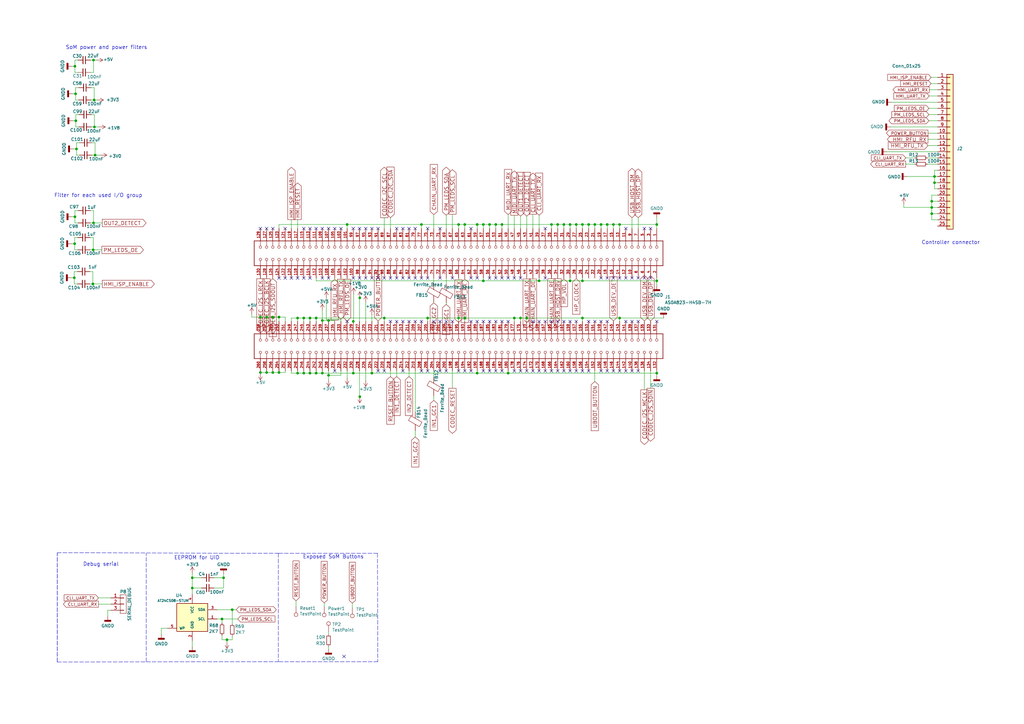
<source format=kicad_sch>
(kicad_sch (version 20211123) (generator eeschema)
  (paper "A3")
  (title_block (title "MOD Dwarf - Main Board") (date "2021-09-06") (rev "3.0") (company "MOD Devices GmbH") (comment 1 "Dwarf Audio processing board") (comment 2 "https://github.com/moddevices/hw-mod-dwarf") (comment 3 "Inp Power: 12V 500mA") (comment 4 "USB outp Power: 500mA"))
  (junction (at 129.667 130.429))
  (junction (at 216.027 130.429))
  (junction (at 129.667 153.035))
  (junction (at 188.087 130.429))
  (junction (at 382.143 82.55))
  (junction (at 38.354 24.638))
  (junction (at 31.115 49.53))
  (junction (at 114.427 152.781))
  (junction (at 124.587 130.429))
  (junction (at 221.107 115.189))
  (junction (at 30.734 27.178))
  (junction (at 132.207 153.035))
  (junction (at 198.247 92.075))
  (junction (at 152.527 153.035))
  (junction (at 231.267 92.075))
  (junction (at 233.807 115.189))
  (junction (at 172.847 92.075))
  (junction (at 190.627 92.075))
  (junction (at 30.734 88.9))
  (junction (at 188.087 92.075))
  (junction (at 241.427 92.075))
  (junction (at 269.367 153.035))
  (junction (at 144.907 153.035))
  (junction (at 203.327 92.075))
  (junction (at 205.867 92.075))
  (junction (at 190.627 130.429))
  (junction (at 122.047 130.429))
  (junction (at 111.887 152.781))
  (junction (at 122.047 153.035))
  (junction (at 226.187 92.075))
  (junction (at 147.574 162.687))
  (junction (at 38.989 63.627))
  (junction (at 30.48 113.919))
  (junction (at 106.807 152.781))
  (junction (at 382.143 85.09))
  (junction (at 233.807 92.075))
  (junction (at 198.247 115.189))
  (junction (at 109.347 152.781))
  (junction (at 30.988 38.481))
  (junction (at 269.367 92.075))
  (junction (at 238.887 130.429))
  (junction (at 254.127 130.429))
  (junction (at 38.354 91.44))
  (junction (at 134.747 153.924))
  (junction (at 213.487 130.429))
  (junction (at 195.707 92.075))
  (junction (at 195.707 153.035))
  (junction (at 147.574 122.174))
  (junction (at 200.787 92.075))
  (junction (at 238.887 115.189))
  (junction (at 127.127 153.035))
  (junction (at 95.25 250.063))
  (junction (at 38.227 102.489))
  (junction (at 208.407 153.035))
  (junction (at 254.127 92.075))
  (junction (at 78.867 236.982))
  (junction (at 91.059 253.873))
  (junction (at 38.608 41.021))
  (junction (at 144.907 131.826))
  (junction (at 127.127 130.429))
  (junction (at 114.427 130.048))
  (junction (at 157.607 130.429))
  (junction (at 109.347 130.048))
  (junction (at 91.694 236.982))
  (junction (at 38.1 116.459))
  (junction (at 228.727 92.075))
  (junction (at 134.747 131.445))
  (junction (at 383.286 74.93))
  (junction (at 269.367 115.189))
  (junction (at 249.047 92.075))
  (junction (at 93.091 262.382))
  (junction (at 124.587 153.035))
  (junction (at 382.143 87.63))
  (junction (at 132.207 131.445))
  (junction (at 236.347 92.075))
  (junction (at 142.367 92.075))
  (junction (at 175.387 130.429))
  (junction (at 243.967 92.075))
  (junction (at 111.887 130.048))
  (junction (at 383.286 72.39))
  (junction (at 38.735 52.07))
  (junction (at 246.507 92.075))
  (junction (at 251.587 92.075))
  (junction (at 31.369 61.087))
  (junction (at 106.807 130.048))
  (junction (at 30.607 99.949))
  (junction (at 238.887 92.075))
  (junction (at 210.947 130.429))
  (junction (at 78.867 241.173))
  (no_connect (at 251.587 114.046))
  (no_connect (at 226.187 131.826))
  (no_connect (at 137.287 152.146))
  (no_connect (at 167.767 93.726))
  (no_connect (at 213.487 152.146))
  (no_connect (at 193.167 93.726))
  (no_connect (at 261.747 131.826))
  (no_connect (at 223.647 93.726))
  (no_connect (at 185.547 114.046))
  (no_connect (at 165.227 114.046))
  (no_connect (at 144.907 114.046))
  (no_connect (at 109.347 93.726))
  (no_connect (at 152.527 93.726))
  (no_connect (at 205.867 152.146))
  (no_connect (at 208.407 114.046))
  (no_connect (at 165.227 152.146))
  (no_connect (at 259.207 114.046))
  (no_connect (at 141.097 269.24))
  (no_connect (at 129.667 93.726))
  (no_connect (at 210.947 114.046))
  (no_connect (at 246.507 131.826))
  (no_connect (at 177.927 131.826))
  (no_connect (at 119.507 114.046))
  (no_connect (at 216.027 152.146))
  (no_connect (at 170.307 93.726))
  (no_connect (at 198.247 131.826))
  (no_connect (at 254.127 152.146))
  (no_connect (at 124.587 114.046))
  (no_connect (at 147.447 114.046))
  (no_connect (at 190.627 152.146))
  (no_connect (at 170.307 131.826))
  (no_connect (at 228.727 152.146))
  (no_connect (at 223.647 114.046))
  (no_connect (at 228.727 131.826))
  (no_connect (at 144.907 93.726))
  (no_connect (at 183.007 131.826))
  (no_connect (at 127.127 93.726))
  (no_connect (at 261.747 152.146))
  (no_connect (at 261.747 114.046))
  (no_connect (at 162.687 131.826))
  (no_connect (at 264.287 114.046))
  (no_connect (at 155.067 152.146))
  (no_connect (at 259.207 152.146))
  (no_connect (at 236.347 152.146))
  (no_connect (at 155.067 93.726))
  (no_connect (at 203.327 114.046))
  (no_connect (at 210.947 152.146))
  (no_connect (at 147.447 93.726))
  (no_connect (at 162.687 114.046))
  (no_connect (at 233.807 131.826))
  (no_connect (at 203.327 131.826))
  (no_connect (at 241.427 152.146))
  (no_connect (at 183.007 152.146))
  (no_connect (at 243.967 131.826))
  (no_connect (at 193.167 152.146))
  (no_connect (at 203.327 152.146))
  (no_connect (at 200.787 114.046))
  (no_connect (at 249.047 152.146))
  (no_connect (at 249.047 131.826))
  (no_connect (at 162.687 93.726))
  (no_connect (at 180.467 152.146))
  (no_connect (at 152.527 114.046))
  (no_connect (at 241.427 131.826))
  (no_connect (at 180.467 131.826))
  (no_connect (at 269.367 131.826))
  (no_connect (at 238.887 152.146))
  (no_connect (at 157.607 114.046))
  (no_connect (at 149.987 93.726))
  (no_connect (at 172.847 131.826))
  (no_connect (at 137.287 93.726))
  (no_connect (at 175.387 93.726))
  (no_connect (at 246.507 152.146))
  (no_connect (at 231.267 131.826))
  (no_connect (at 208.407 131.826))
  (no_connect (at 236.347 131.826))
  (no_connect (at 111.887 93.726))
  (no_connect (at 266.827 93.726))
  (no_connect (at 180.467 114.046))
  (no_connect (at 231.267 152.146))
  (no_connect (at 142.367 131.826))
  (no_connect (at 165.227 131.826))
  (no_connect (at 188.087 152.146))
  (no_connect (at 124.587 93.726))
  (no_connect (at 157.607 152.146))
  (no_connect (at 167.767 131.826))
  (no_connect (at 132.207 93.726))
  (no_connect (at 139.827 93.726))
  (no_connect (at 116.967 114.046))
  (no_connect (at 180.467 93.726))
  (no_connect (at 200.787 152.146))
  (no_connect (at 259.207 131.826))
  (no_connect (at 223.647 152.146))
  (no_connect (at 213.487 114.046))
  (no_connect (at 233.807 152.146))
  (no_connect (at 200.787 131.826))
  (no_connect (at 195.707 114.046))
  (no_connect (at 266.827 114.046))
  (no_connect (at 221.107 131.826))
  (no_connect (at 132.207 114.046))
  (no_connect (at 160.147 131.826))
  (no_connect (at 251.587 152.146))
  (no_connect (at 193.167 131.826))
  (no_connect (at 165.227 93.726))
  (no_connect (at 175.387 152.146))
  (no_connect (at 218.567 152.146))
  (no_connect (at 256.667 93.726))
  (no_connect (at 170.307 114.046))
  (no_connect (at 149.987 114.046))
  (no_connect (at 249.047 114.046))
  (no_connect (at 185.547 131.826))
  (no_connect (at 193.167 114.046))
  (no_connect (at 246.507 114.046))
  (no_connect (at 175.387 114.046))
  (no_connect (at 114.427 114.046))
  (no_connect (at 167.767 114.046))
  (no_connect (at 172.847 114.046))
  (no_connect (at 221.107 152.146))
  (no_connect (at 256.667 114.046))
  (no_connect (at 226.187 152.146))
  (no_connect (at 218.567 131.826))
  (no_connect (at 160.147 114.046))
  (no_connect (at 116.967 93.726))
  (no_connect (at 134.747 93.726))
  (no_connect (at 205.867 114.046))
  (no_connect (at 205.867 131.826))
  (no_connect (at 256.667 152.146))
  (no_connect (at 264.287 93.726))
  (no_connect (at 134.747 114.046))
  (no_connect (at 172.847 152.146))
  (no_connect (at 127.127 114.046))
  (no_connect (at 195.707 131.826))
  (no_connect (at 254.127 114.046))
  (no_connect (at 106.807 93.726))
  (no_connect (at 122.047 114.046))
  (no_connect (at 256.667 131.826))
  (no_connect (at 155.067 114.046))
  (no_connect (at 223.647 131.826))
  (no_connect (at 198.247 152.146))
  (wire (pts (xy 114.427 131.826) (xy 114.427 130.048)))
  (wire (pts (xy 269.367 153.035) (xy 269.367 152.146)))
  (wire (pts (xy 93.091 263.398) (xy 93.091 262.382)))
  (wire (pts (xy 238.887 92.075) (xy 241.427 92.075)))
  (wire (pts (xy 261.747 93.726) (xy 261.747 89.281)))
  (wire (pts (xy 382.143 82.55) (xy 382.143 85.09)))
  (wire (pts (xy 78.867 262.763) (xy 78.867 265.303)))
  (wire (pts (xy 134.747 131.826) (xy 134.747 131.445)))
  (wire (pts (xy 109.347 152.781) (xy 106.807 152.781)))
  (wire (pts (xy 177.927 152.146) (xy 177.927 154.686)))
  (wire (pts (xy 205.867 92.075) (xy 226.187 92.075)))
  (wire (pts (xy 30.734 29.718) (xy 32.004 29.718)))
  (wire (pts (xy 228.727 92.075) (xy 228.727 93.726)))
  (wire (pts (xy 221.107 114.046) (xy 221.107 115.189)))
  (wire (pts (xy 31.115 49.53) (xy 31.115 52.07)))
  (wire (pts (xy 29.718 38.481) (xy 30.988 38.481)))
  (wire (pts (xy 106.807 131.826) (xy 106.807 130.048)))
  (wire (pts (xy 216.027 131.826) (xy 216.027 130.429)))
  (wire (pts (xy 87.757 241.173) (xy 91.694 241.173)))
  (wire (pts (xy 264.287 131.826) (xy 264.287 131.572)))
  (wire (pts (xy 111.887 152.146) (xy 111.887 152.781)))
  (wire (pts (xy 380.365 64.77) (xy 384.556 64.77)))
  (wire (pts (xy 111.887 114.046) (xy 111.887 114.3)))
  (wire (pts (xy 31.75 111.379) (xy 30.48 111.379)))
  (wire (pts (xy 208.407 152.146) (xy 208.407 153.035)))
  (wire (pts (xy 30.734 24.638) (xy 30.734 27.178)))
  (wire (pts (xy 38.989 58.547) (xy 38.989 63.627)))
  (wire (pts (xy 66.167 257.683) (xy 66.167 260.223)))
  (wire (pts (xy 38.354 91.44) (xy 37.084 91.44)))
  (wire (pts (xy 38.1 116.459) (xy 41.91 116.459)))
  (wire (pts (xy 160.147 93.726) (xy 160.147 89.281)))
  (wire (pts (xy 198.247 92.075) (xy 200.787 92.075)))
  (wire (pts (xy 122.047 130.429) (xy 124.587 130.429)))
  (wire (pts (xy 40.386 245.237) (xy 45.466 245.237)))
  (wire (pts (xy 144.907 152.146) (xy 144.907 153.035)))
  (polyline (pts (xy 114.173 226.949) (xy 114.173 271.399)))
  (wire (pts (xy 384.556 69.85) (xy 383.286 69.85)))
  (wire (pts (xy 139.827 131.826) (xy 139.827 131.064)))
  (wire (pts (xy 251.587 93.726) (xy 251.587 92.075)))
  (wire (pts (xy 30.988 38.481) (xy 30.988 41.021)))
  (wire (pts (xy 269.367 93.726) (xy 269.367 92.075)))
  (wire (pts (xy 30.48 113.919) (xy 30.48 116.459)))
  (wire (pts (xy 185.547 152.146) (xy 185.547 159.258)))
  (polyline (pts (xy 23.495 271.399) (xy 23.495 226.949)))
  (wire (pts (xy 137.287 114.554) (xy 137.287 114.046)))
  (wire (pts (xy 93.091 262.382) (xy 91.059 262.382)))
  (wire (pts (xy 32.258 35.941) (xy 30.988 35.941)))
  (wire (pts (xy 155.067 131.572) (xy 155.067 131.826)))
  (wire (pts (xy 106.807 130.048) (xy 103.251 130.048)))
  (wire (pts (xy 119.507 93.726) (xy 119.507 90.043)))
  (wire (pts (xy 147.447 152.146) (xy 147.447 162.687)))
  (wire (pts (xy 210.947 131.826) (xy 210.947 130.429)))
  (wire (pts (xy 134.747 152.146) (xy 134.747 153.924)))
  (wire (pts (xy 363.728 62.23) (xy 384.556 62.23)))
  (wire (pts (xy 124.587 130.429) (xy 127.127 130.429)))
  (wire (pts (xy 93.091 262.382) (xy 95.25 262.382)))
  (wire (pts (xy 384.556 82.55) (xy 382.143 82.55)))
  (wire (pts (xy 132.207 131.826) (xy 132.207 131.445)))
  (wire (pts (xy 188.087 131.826) (xy 188.087 130.429)))
  (wire (pts (xy 114.427 152.781) (xy 111.887 152.781)))
  (wire (pts (xy 132.207 131.445) (xy 132.207 127.254)))
  (wire (pts (xy 157.607 131.826) (xy 157.607 130.429)))
  (wire (pts (xy 152.527 153.035) (xy 195.707 153.035)))
  (wire (pts (xy 31.877 97.409) (xy 30.607 97.409)))
  (wire (pts (xy 38.608 35.941) (xy 37.338 35.941)))
  (wire (pts (xy 38.735 52.07) (xy 40.64 52.07)))
  (wire (pts (xy 122.047 131.826) (xy 122.047 130.429)))
  (wire (pts (xy 114.427 93.726) (xy 114.427 92.075)))
  (wire (pts (xy 30.734 27.178) (xy 30.734 29.718)))
  (wire (pts (xy 31.115 52.07) (xy 32.385 52.07)))
  (wire (pts (xy 127.127 130.429) (xy 127.127 131.826)))
  (wire (pts (xy 380.619 57.15) (xy 384.556 57.15)))
  (wire (pts (xy 383.286 77.47) (xy 384.556 77.47)))
  (wire (pts (xy 78.867 236.982) (xy 82.677 236.982)))
  (wire (pts (xy 177.927 162.306) (xy 177.927 164.211)))
  (wire (pts (xy 29.845 49.53) (xy 31.115 49.53)))
  (wire (pts (xy 111.887 131.826) (xy 111.887 130.048)))
  (wire (pts (xy 78.867 236.982) (xy 78.867 241.173)))
  (wire (pts (xy 32.639 58.547) (xy 31.369 58.547)))
  (wire (pts (xy 254.127 92.075) (xy 269.367 92.075)))
  (wire (pts (xy 152.527 152.146) (xy 152.527 153.035)))
  (wire (pts (xy 134.747 131.445) (xy 132.207 131.445)))
  (wire (pts (xy 139.827 131.064) (xy 133.858 131.064)))
  (wire (pts (xy 254.127 130.429) (xy 254.127 131.826)))
  (wire (pts (xy 132.207 153.035) (xy 144.907 153.035)))
  (wire (pts (xy 210.947 93.726) (xy 210.947 88.265)))
  (wire (pts (xy 121.412 246.38) (xy 121.412 248.793)))
  (wire (pts (xy 116.967 152.146) (xy 116.967 152.781)))
  (wire (pts (xy 32.004 24.638) (xy 30.734 24.638)))
  (wire (pts (xy 38.608 41.021) (xy 37.338 41.021)))
  (wire (pts (xy 132.969 247.269) (xy 132.969 248.92)))
  (wire (pts (xy 371.983 72.39) (xy 383.286 72.39)))
  (wire (pts (xy 203.327 93.726) (xy 203.327 92.075)))
  (wire (pts (xy 134.747 259.08) (xy 134.747 260.096)))
  (wire (pts (xy 30.988 35.941) (xy 30.988 38.481)))
  (wire (pts (xy 195.707 152.146) (xy 195.707 153.035)))
  (wire (pts (xy 175.387 131.826) (xy 175.387 130.429)))
  (wire (pts (xy 190.627 93.726) (xy 190.627 92.075)))
  (wire (pts (xy 30.48 116.459) (xy 31.75 116.459)))
  (wire (pts (xy 216.027 93.726) (xy 216.027 88.646)))
  (wire (pts (xy 38.354 24.638) (xy 37.084 24.638)))
  (wire (pts (xy 383.286 74.93) (xy 383.286 77.47)))
  (wire (pts (xy 31.115 46.99) (xy 31.115 49.53)))
  (wire (pts (xy 218.567 87.884) (xy 218.567 93.726)))
  (wire (pts (xy 269.367 114.046) (xy 269.367 115.189)))
  (wire (pts (xy 162.687 152.146) (xy 162.687 154.432)))
  (wire (pts (xy 382.143 90.17) (xy 384.556 90.17)))
  (wire (pts (xy 188.087 130.429) (xy 190.627 130.429)))
  (wire (pts (xy 122.047 153.035) (xy 124.587 153.035)))
  (wire (pts (xy 87.757 236.982) (xy 91.694 236.982)))
  (wire (pts (xy 122.047 90.043) (xy 122.047 93.726)))
  (wire (pts (xy 382.143 85.09) (xy 382.143 87.63)))
  (wire (pts (xy 381.889 34.29) (xy 384.556 34.29)))
  (wire (pts (xy 175.387 130.429) (xy 188.087 130.429)))
  (wire (pts (xy 145.034 120.65) (xy 145.034 131.826)))
  (wire (pts (xy 30.607 102.489) (xy 31.877 102.489)))
  (wire (pts (xy 124.587 153.035) (xy 127.127 153.035)))
  (wire (pts (xy 89.027 253.873) (xy 91.059 253.873)))
  (wire (pts (xy 251.587 92.075) (xy 254.127 92.075)))
  (wire (pts (xy 133.858 122.174) (xy 133.858 131.064)))
  (wire (pts (xy 216.027 130.429) (xy 238.887 130.429)))
  (wire (pts (xy 383.286 72.39) (xy 383.286 74.93)))
  (wire (pts (xy 103.251 130.048) (xy 103.251 128.778)))
  (wire (pts (xy 210.947 130.429) (xy 213.487 130.429)))
  (wire (pts (xy 38.989 63.627) (xy 37.719 63.627)))
  (wire (pts (xy 127.127 153.035) (xy 129.667 153.035)))
  (wire (pts (xy 381 46.99) (xy 384.556 46.99)))
  (wire (pts (xy 91.059 253.873) (xy 91.059 255.524)))
  (wire (pts (xy 190.627 131.826) (xy 190.627 130.429)))
  (wire (pts (xy 139.827 153.924) (xy 134.747 153.924)))
  (wire (pts (xy 119.507 130.429) (xy 122.047 130.429)))
  (wire (pts (xy 134.747 266.319) (xy 134.747 265.176)))
  (wire (pts (xy 231.267 114.427) (xy 231.267 114.046)))
  (wire (pts (xy 228.727 92.075) (xy 231.267 92.075)))
  (wire (pts (xy 233.807 115.189) (xy 238.887 115.189)))
  (wire (pts (xy 38.354 86.36) (xy 38.354 91.44)))
  (wire (pts (xy 198.247 115.189) (xy 221.107 115.189)))
  (wire (pts (xy 238.887 130.429) (xy 254.127 130.429)))
  (polyline (pts (xy 59.944 271.399) (xy 59.944 226.949)))
  (wire (pts (xy 238.887 114.046) (xy 238.887 115.189)))
  (wire (pts (xy 383.286 69.85) (xy 383.286 72.39)))
  (wire (pts (xy 216.027 114.427) (xy 216.027 114.046)))
  (wire (pts (xy 266.827 131.826) (xy 266.827 131.572)))
  (wire (pts (xy 208.407 153.035) (xy 269.367 153.035)))
  (wire (pts (xy 38.227 97.409) (xy 38.227 102.489)))
  (wire (pts (xy 139.827 114.554) (xy 139.827 114.046)))
  (wire (pts (xy 177.927 116.205) (xy 177.927 114.046)))
  (wire (pts (xy 109.347 130.048) (xy 111.887 130.048)))
  (wire (pts (xy 109.347 130.048) (xy 106.807 130.048)))
  (wire (pts (xy 142.367 92.075) (xy 172.847 92.075)))
  (wire (pts (xy 68.707 257.683) (xy 66.167 257.683)))
  (wire (pts (xy 38.227 97.409) (xy 36.957 97.409)))
  (wire (pts (xy 38.354 29.718) (xy 37.084 29.718)))
  (wire (pts (xy 30.734 91.44) (xy 32.004 91.44)))
  (wire (pts (xy 78.867 241.173) (xy 82.677 241.173)))
  (wire (pts (xy 95.25 250.063) (xy 95.25 255.778)))
  (wire (pts (xy 32.385 46.99) (xy 31.115 46.99)))
  (wire (pts (xy 116.967 131.826) (xy 116.967 130.048)))
  (wire (pts (xy 381 44.45) (xy 384.556 44.45)))
  (wire (pts (xy 381.127 36.83) (xy 384.556 36.83)))
  (wire (pts (xy 195.707 93.726) (xy 195.707 92.075)))
  (wire (pts (xy 238.887 93.726) (xy 238.887 92.075)))
  (polyline (pts (xy 154.813 226.949) (xy 154.94 271.399)))
  (wire (pts (xy 231.267 92.075) (xy 233.807 92.075)))
  (wire (pts (xy 30.607 97.409) (xy 30.607 99.949)))
  (wire (pts (xy 183.007 114.046) (xy 183.007 116.586)))
  (wire (pts (xy 38.735 46.99) (xy 37.465 46.99)))
  (wire (pts (xy 145.034 131.826) (xy 144.907 131.826)))
  (wire (pts (xy 177.927 123.825) (xy 177.927 124.206)))
  (wire (pts (xy 198.247 93.726) (xy 198.247 92.075)))
  (wire (pts (xy 254.127 93.726) (xy 254.127 92.075)))
  (wire (pts (xy 213.487 130.429) (xy 216.027 130.429)))
  (wire (pts (xy 243.967 93.726) (xy 243.967 92.075)))
  (wire (pts (xy 129.667 130.429) (xy 157.607 130.429)))
  (wire (pts (xy 91.694 236.982) (xy 91.694 241.173)))
  (wire (pts (xy 114.427 152.146) (xy 114.427 152.781)))
  (wire (pts (xy 149.987 155.956) (xy 149.987 152.146)))
  (wire (pts (xy 39.878 41.021) (xy 38.608 41.021)))
  (wire (pts (xy 109.347 152.146) (xy 109.347 152.781)))
  (wire (pts (xy 142.367 152.146) (xy 142.367 155.067)))
  (wire (pts (xy 382.143 87.63) (xy 384.556 87.63)))
  (wire (pts (xy 370.713 85.09) (xy 370.713 83.693)))
  (wire (pts (xy 129.667 131.826) (xy 129.667 130.429)))
  (wire (pts (xy 39.624 24.638) (xy 38.354 24.638)))
  (wire (pts (xy 147.447 131.826) (xy 147.447 122.174)))
  (polyline (pts (xy 23.495 271.526) (xy 23.495 226.695)))
  (polyline (pts (xy 23.495 226.695) (xy 114.3 226.949)))
  (wire (pts (xy 233.807 114.046) (xy 233.807 115.189)))
  (wire (pts (xy 129.667 115.189) (xy 198.247 115.189)))
  (wire (pts (xy 371.475 67.31) (xy 375.285 67.31)))
  (wire (pts (xy 38.1 111.379) (xy 38.1 116.459)))
  (wire (pts (xy 38.227 102.489) (xy 41.783 102.489)))
  (wire (pts (xy 170.307 176.657) (xy 170.307 179.197)))
  (wire (pts (xy 44.196 252.857) (xy 44.196 250.317)))
  (wire (pts (xy 236.347 92.075) (xy 238.887 92.075)))
  (wire (pts (xy 124.587 131.826) (xy 124.587 130.429)))
  (wire (pts (xy 231.267 93.726) (xy 231.267 92.075)))
  (wire (pts (xy 30.099 61.087) (xy 31.369 61.087)))
  (wire (pts (xy 137.287 131.826) (xy 137.287 131.445)))
  (wire (pts (xy 114.427 92.075) (xy 142.367 92.075)))
  (wire (pts (xy 111.887 152.781) (xy 109.347 152.781)))
  (wire (pts (xy 183.007 124.206) (xy 183.007 124.841)))
  (wire (pts (xy 137.287 131.445) (xy 134.747 131.445)))
  (wire (pts (xy 38.227 102.489) (xy 36.957 102.489)))
  (wire (pts (xy 89.027 250.063) (xy 95.25 250.063)))
  (wire (pts (xy 205.867 93.726) (xy 205.867 92.075)))
  (wire (pts (xy 144.526 247.396) (xy 144.526 249.301)))
  (wire (pts (xy 106.807 152.146) (xy 106.807 152.781)))
  (wire (pts (xy 243.967 92.075) (xy 246.507 92.075)))
  (wire (pts (xy 38.735 46.99) (xy 38.735 52.07)))
  (wire (pts (xy 38.989 63.627) (xy 41.275 63.627)))
  (wire (pts (xy 243.967 152.146) (xy 243.967 156.464)))
  (wire (pts (xy 78.867 241.173) (xy 78.867 243.713)))
  (wire (pts (xy 29.337 99.949) (xy 30.607 99.949)))
  (wire (pts (xy 38.354 86.36) (xy 37.084 86.36)))
  (wire (pts (xy 91.059 260.604) (xy 91.059 262.382)))
  (wire (pts (xy 381 49.53) (xy 384.556 49.53)))
  (wire (pts (xy 183.007 88.265) (xy 183.007 93.726)))
  (wire (pts (xy 383.286 72.39) (xy 384.556 72.39)))
  (wire (pts (xy 31.369 58.547) (xy 31.369 61.087)))
  (wire (pts (xy 116.967 152.781) (xy 114.427 152.781)))
  (wire (pts (xy 147.447 162.687) (xy 147.574 162.687)))
  (wire (pts (xy 221.107 93.726) (xy 221.107 88.265)))
  (wire (pts (xy 160.147 152.146) (xy 160.147 154.432)))
  (wire (pts (xy 188.087 93.726) (xy 188.087 92.075)))
  (wire (pts (xy 38.354 29.718) (xy 38.354 24.638)))
  (wire (pts (xy 127.127 130.429) (xy 129.667 130.429)))
  (wire (pts (xy 119.507 152.146) (xy 119.507 153.035)))
  (wire (pts (xy 38.608 41.021) (xy 38.608 35.941)))
  (wire (pts (xy 30.48 111.379) (xy 30.48 113.919)))
  (wire (pts (xy 142.367 114.554) (xy 142.367 114.046)))
  (wire (pts (xy 106.807 152.781) (xy 106.807 153.289)))
  (wire (pts (xy 246.507 93.726) (xy 246.507 92.075)))
  (wire (pts (xy 380.619 59.69) (xy 384.556 59.69)))
  (wire (pts (xy 249.047 93.726) (xy 249.047 92.075)))
  (wire (pts (xy 38.1 116.459) (xy 36.83 116.459)))
  (polyline (pts (xy 114.3 226.949) (xy 154.813 226.949)))
  (wire (pts (xy 383.286 74.93) (xy 384.556 74.93)))
  (wire (pts (xy 29.464 27.178) (xy 30.734 27.178)))
  (wire (pts (xy 147.447 122.174) (xy 147.574 122.174)))
  (wire (pts (xy 236.347 93.726) (xy 236.347 92.075)))
  (wire (pts (xy 188.087 92.075) (xy 190.627 92.075)))
  (wire (pts (xy 190.627 114.427) (xy 190.627 114.046)))
  (wire (pts (xy 129.667 153.035) (xy 132.207 153.035)))
  (wire (pts (xy 31.369 61.087) (xy 31.369 63.627)))
  (wire (pts (xy 238.887 131.826) (xy 238.887 130.429)))
  (wire (pts (xy 190.627 130.429) (xy 210.947 130.429)))
  (wire (pts (xy 106.807 114.046) (xy 106.807 114.3)))
  (wire (pts (xy 177.927 93.726) (xy 177.927 88.011)))
  (wire (pts (xy 241.427 93.726) (xy 241.427 92.075)))
  (wire (pts (xy 38.1 111.379) (xy 36.83 111.379)))
  (wire (pts (xy 238.887 115.189) (xy 269.367 115.189)))
  (wire (pts (xy 381.127 39.37) (xy 384.556 39.37)))
  (wire (pts (xy 190.627 92.075) (xy 195.707 92.075)))
  (wire (pts (xy 132.207 152.146) (xy 132.207 153.035)))
  (wire (pts (xy 124.587 152.146) (xy 124.587 153.035)))
  (wire (pts (xy 382.143 80.01) (xy 382.143 82.55)))
  (wire (pts (xy 213.487 131.826) (xy 213.487 130.429)))
  (wire (pts (xy 208.407 93.726) (xy 208.407 88.011)))
  (wire (pts (xy 116.967 130.048) (xy 114.427 130.048)))
  (wire (pts (xy 157.607 93.726) (xy 157.607 89.281)))
  (wire (pts (xy 241.427 92.075) (xy 243.967 92.075)))
  (wire (pts (xy 144.907 153.035) (xy 152.527 153.035)))
  (wire (pts (xy 200.787 92.075) (xy 203.327 92.075)))
  (wire (pts (xy 203.327 92.075) (xy 205.867 92.075)))
  (wire (pts (xy 30.734 88.9) (xy 30.734 91.44)))
  (wire (pts (xy 139.827 152.146) (xy 139.827 153.924)))
  (wire (pts (xy 30.607 99.949) (xy 30.607 102.489)))
  (wire (pts (xy 228.727 114.3) (xy 228.727 114.046)))
  (wire (pts (xy 384.556 80.01) (xy 382.143 80.01)))
  (wire (pts (xy 38.989 58.547) (xy 37.719 58.547)))
  (wire (pts (xy 365.252 52.07) (xy 384.556 52.07)))
  (wire (pts (xy 249.047 92.075) (xy 251.587 92.075)))
  (wire (pts (xy 29.21 113.919) (xy 30.48 113.919)))
  (wire (pts (xy 269.367 92.075) (xy 269.367 89.281)))
  (wire (pts (xy 127.127 152.146) (xy 127.127 153.035)))
  (wire (pts (xy 266.827 152.146) (xy 266.827 159.258)))
  (wire (pts (xy 45.466 247.777) (xy 40.386 247.777)))
  (wire (pts (xy 195.707 153.035) (xy 208.407 153.035)))
  (wire (pts (xy 95.25 250.063) (xy 96.901 250.063)))
  (polyline (pts (xy 154.94 271.399) (xy 114.173 271.399)))
  (wire (pts (xy 251.587 131.572) (xy 251.587 131.826)))
  (wire (pts (xy 152.527 129.159) (xy 152.527 131.826)))
  (wire (pts (xy 95.25 262.382) (xy 95.25 260.858)))
  (wire (pts (xy 30.734 86.36) (xy 30.734 88.9)))
  (wire (pts (xy 382.143 87.63) (xy 382.143 90.17)))
  (wire (pts (xy 218.567 114.046) (xy 218.567 114.427)))
  (wire (pts (xy 109.347 114.046) (xy 109.347 114.3)))
  (wire (pts (xy 272.161 130.429) (xy 254.127 130.429)))
  (wire (pts (xy 119.507 153.035) (xy 122.047 153.035)))
  (wire (pts (xy 226.187 92.075) (xy 228.727 92.075)))
  (wire (pts (xy 221.107 115.189) (xy 233.807 115.189)))
  (wire (pts (xy 31.369 63.627) (xy 32.639 63.627)))
  (wire (pts (xy 381.889 31.75) (xy 384.556 31.75)))
  (wire (pts (xy 91.059 253.873) (xy 97.536 253.873)))
  (wire (pts (xy 167.767 154.432) (xy 167.767 152.146)))
  (wire (pts (xy 29.464 88.9) (xy 30.734 88.9)))
  (wire (pts (xy 246.507 92.075) (xy 249.047 92.075)))
  (wire (pts (xy 380.365 67.31) (xy 384.556 67.31)))
  (polyline (pts (xy 23.495 271.526) (xy 114.173 271.399)))
  (wire (pts (xy 142.367 93.726) (xy 142.367 92.075)))
  (wire (pts (xy 233.807 93.726) (xy 233.807 92.075)))
  (wire (pts (xy 172.847 93.726) (xy 172.847 92.075)))
  (wire (pts (xy 213.487 88.646) (xy 213.487 93.726)))
  (wire (pts (xy 38.354 91.44) (xy 41.91 91.44)))
  (wire (pts (xy 269.367 154.178) (xy 269.367 153.035)))
  (wire (pts (xy 109.347 131.826) (xy 109.347 130.048)))
  (wire (pts (xy 380.619 54.61) (xy 384.556 54.61)))
  (wire (pts (xy 382.143 85.09) (xy 384.556 85.09)))
  (wire (pts (xy 236.347 114.3) (xy 236.347 114.046)))
  (wire (pts (xy 78.867 235.077) (xy 78.867 236.982)))
  (wire (pts (xy 375.285 64.77) (xy 371.475 64.77)))
  (wire (pts (xy 32.004 86.36) (xy 30.734 86.36)))
  (wire (pts (xy 269.367 115.189) (xy 269.367 117.221)))
  (wire (pts (xy 226.187 93.726) (xy 226.187 92.075)))
  (wire (pts (xy 198.247 114.046) (xy 198.247 115.189)))
  (wire (pts (xy 91.694 235.331) (xy 91.694 236.982)))
  (wire (pts (xy 200.787 93.726) (xy 200.787 92.075)))
  (wire (pts (xy 264.287 159.893) (xy 264.287 152.146)))
  (wire (pts (xy 170.307 152.146) (xy 170.307 169.037)))
  (wire (pts (xy 382.143 85.09) (xy 370.713 85.09)))
  (wire (pts (xy 129.667 114.046) (xy 129.667 115.189)))
  (wire (pts (xy 111.887 130.048) (xy 114.427 130.048)))
  (wire (pts (xy 172.847 92.075) (xy 188.087 92.075)))
  (wire (pts (xy 30.988 41.021) (xy 32.258 41.021)))
  (wire (pts (xy 44.196 250.317) (xy 45.466 250.317)))
  (wire (pts (xy 195.707 92.075) (xy 198.247 92.075)))
  (wire (pts (xy 233.807 92.075) (xy 236.347 92.075)))
  (wire (pts (xy 157.607 130.429) (xy 175.387 130.429)))
  (wire (pts (xy 185.547 93.726) (xy 185.547 87.884)))
  (wire (pts (xy 365.633 41.91) (xy 384.556 41.91)))
  (wire (pts (xy 226.187 114.046) (xy 226.187 114.3)))
  (wire (pts (xy 122.047 152.146) (xy 122.047 153.035)))
  (wire (pts (xy 188.087 114.681) (xy 188.087 114.046)))
  (wire (pts (xy 119.507 131.826) (xy 119.507 130.429)))
  (wire (pts (xy 134.747 153.924) (xy 134.747 155.829)))
  (wire (pts (xy 149.987 131.826) (xy 149.987 123.952)))
  (wire (pts (xy 259.207 89.281) (xy 259.207 93.726)))
  (wire (pts (xy 38.735 52.07) (xy 37.465 52.07)))
  (wire (pts (xy 129.667 152.146) (xy 129.667 153.035)))
  (text "SoM power and power filters" (at 26.924 20.447 0) (effects (font (size 1.524 1.524)) (justify left bottom)))
  (text "Debug serial" (at 34.036 232.41 0) (effects (font (size 1.524 1.524)) (justify left bottom)))
  (text "Filter for each used I/O group" (at 22.225 81.153 0) (effects (font (size 1.524 1.524)) (justify left bottom)))
  (text "Exposed SoM Buttons" (at 124.206 229.362 0) (effects (font (size 1.524 1.524)) (justify left bottom)))
  (text "EEPROM for UID" (at 71.374 229.743 0) (effects (font (size 1.524 1.524)) (justify left bottom)))
  (text "Controller connector" (at 377.952 100.457 0) (effects (font (size 1.524 1.524)) (justify left bottom)))
  (global_label "CLI_UART_TX" (shape input) (at 40.386 245.237 180) (property "Intersheet References" "${INTERSHEET_REFS}" (effects hide)))
  (global_label "UBOOT_BUTTON" (shape input) (at 243.967 156.464 270) (effects (font (size 1.524 1.524))) (property "Intersheet References" "${INTERSHEET_REFS}" (effects hide)))
  (global_label "CLI_UART_RX" (shape input) (at 221.107 88.265 90) (effects (font (size 1.524 1.524))) (property "Intersheet References" "${INTERSHEET_REFS}" (effects hide)))
  (global_label "HMI_RFU_RX" (shape output) (at 380.619 57.15 180) (effects (font (size 1.524 1.524))) (property "Intersheet References" "${INTERSHEET_REFS}" (effects hide)))
  (global_label "HMI_ISP_ENABLE" (shape output) (at 119.507 90.043 90) (effects (font (size 1.524 1.524))) (property "Intersheet References" "${INTERSHEET_REFS}" (effects hide)))
  (global_label "HMI_UART_RX" (shape input) (at 190.627 114.427 270) (effects (font (size 1.524 1.524))) (property "Intersheet References" "${INTERSHEET_REFS}" (effects hide)))
  (global_label "HMI_RFU_RX" (shape input) (at 137.287 114.554 270) (effects (font (size 1.524 1.524))) (property "Intersheet References" "${INTERSHEET_REFS}" (effects hide)))
  (global_label "CODEC_I2S_SDOUT" (shape input) (at 111.887 114.3 270) (effects (font (size 1.524 1.524))) (property "Intersheet References" "${INTERSHEET_REFS}" (effects hide)))
  (global_label "OUT2_DETECT" (shape output) (at 41.91 91.44 0) (effects (font (size 1.524 1.524))) (property "Intersheet References" "${INTERSHEET_REFS}" (effects hide)))
  (global_label "PM_LEDS_SDA" (shape bidirectional) (at 183.007 88.265 90) (effects (font (size 1.524 1.524))) (property "Intersheet References" "${INTERSHEET_REFS}" (effects hide)))
  (global_label "CHAIN_UART_DE" (shape output) (at 218.567 114.427 270) (effects (font (size 1.524 1.524))) (property "Intersheet References" "${INTERSHEET_REFS}" (effects hide)))
  (global_label "MIDI_UART_TX" (shape output) (at 210.947 88.265 90) (effects (font (size 1.524 1.524))) (property "Intersheet References" "${INTERSHEET_REFS}" (effects hide)))
  (global_label "CODEC_I2C_SDA" (shape input) (at 160.147 89.281 90) (effects (font (size 1.524 1.524))) (property "Intersheet References" "${INTERSHEET_REFS}" (effects hide)))
  (global_label "CLI_UART_RX" (shape output) (at 40.386 247.777 180) (property "Intersheet References" "${INTERSHEET_REFS}" (effects hide)))
  (global_label "IN1_GC2" (shape input) (at 170.307 179.197 270) (effects (font (size 1.524 1.524))) (property "Intersheet References" "${INTERSHEET_REFS}" (effects hide)))
  (global_label "IN2_GC1" (shape input) (at 183.007 124.841 270) (effects (font (size 1.524 1.524))) (property "Intersheet References" "${INTERSHEET_REFS}" (effects hide)))
  (global_label "CODEC_I2S_BCLK" (shape output) (at 109.347 114.3 270) (effects (font (size 1.524 1.524))) (property "Intersheet References" "${INTERSHEET_REFS}" (effects hide)))
  (global_label "RESET_BUTTON" (shape input) (at 160.147 154.432 270) (effects (font (size 1.524 1.524))) (property "Intersheet References" "${INTERSHEET_REFS}" (effects hide)))
  (global_label "CODEC_I2S_LRCK" (shape output) (at 106.807 114.3 270) (effects (font (size 1.524 1.524))) (property "Intersheet References" "${INTERSHEET_REFS}" (effects hide)))
  (global_label "HMI_ISP_ENABLE" (shape output) (at 41.91 116.459 0) (effects (font (size 1.524 1.524))) (property "Intersheet References" "${INTERSHEET_REFS}" (effects hide)))
  (global_label "PM_LEDS_SCL" (shape input) (at 97.536 253.873 0) (property "Intersheet References" "${INTERSHEET_REFS}" (effects hide)))
  (global_label "CODEC_I2S_SDIN" (shape output) (at 266.827 159.258 270) (effects (font (size 1.524 1.524))) (property "Intersheet References" "${INTERSHEET_REFS}" (effects hide)))
  (global_label "HMI_ISP_ENABLE" (shape input) (at 381.889 31.75 180) (property "Intersheet References" "${INTERSHEET_REFS}" (effects hide)))
  (global_label "IN1_GC1" (shape input) (at 177.927 164.211 270) (effects (font (size 1.524 1.524))) (property "Intersheet References" "${INTERSHEET_REFS}" (effects hide)))
  (global_label "PM_LEDS_SDA" (shape bidirectional) (at 96.901 250.063 0) (property "Intersheet References" "${INTERSHEET_REFS}" (effects hide)))
  (global_label "PM_LEDS_OE" (shape output) (at 142.367 114.554 270) (effects (font (size 1.524 1.524))) (property "Intersheet References" "${INTERSHEET_REFS}" (effects hide)))
  (global_label "USB_DEV_DM" (shape bidirectional) (at 264.287 131.572 90) (effects (font (size 1.524 1.524))) (property "Intersheet References" "${INTERSHEET_REFS}" (effects hide)))
  (global_label "CHAIN_UART_RX" (shape input) (at 177.927 88.011 90) (effects (font (size 1.524 1.524))) (property "Intersheet References" "${INTERSHEET_REFS}" (effects hide)))
  (global_label "CHAIN_UART_TX" (shape output) (at 216.027 114.427 270) (effects (font (size 1.524 1.524))) (property "Intersheet References" "${INTERSHEET_REFS}" (effects hide)))
  (global_label "HP_VOL" (shape input) (at 231.267 114.427 270) (effects (font (size 1.524 1.524))) (property "Intersheet References" "${INTERSHEET_REFS}" (effects hide)))
  (global_label "OUT1_DETECT" (shape input) (at 213.487 88.646 90) (effects (font (size 1.524 1.524))) (property "Intersheet References" "${INTERSHEET_REFS}" (effects hide)))
  (global_label "MIDI_UART_RX" (shape input) (at 208.407 88.011 90) (effects (font (size 1.524 1.524))) (property "Intersheet References" "${INTERSHEET_REFS}" (effects hide)))
  (global_label "HMI_RFU_TX" (shape input) (at 380.619 59.69 180) (effects (font (size 1.524 1.524))) (property "Intersheet References" "${INTERSHEET_REFS}" (effects hide)))
  (global_label "USB_HOST_DM" (shape bidirectional) (at 259.207 89.281 90) (effects (font (size 1.524 1.524))) (property "Intersheet References" "${INTERSHEET_REFS}" (effects hide)))
  (global_label "UBOOT_BUTTON" (shape input) (at 144.526 247.396 90) (property "Intersheet References" "${INTERSHEET_REFS}" (effects hide)))
  (global_label "POWER_BUTTON" (shape input) (at 155.067 131.572 90) (effects (font (size 1.524 1.524))) (property "Intersheet References" "${INTERSHEET_REFS}" (effects hide)))
  (global_label "USB_DEV_DP" (shape bidirectional) (at 266.827 131.572 90) (effects (font (size 1.524 1.524))) (property "Intersheet References" "${INTERSHEET_REFS}" (effects hide)))
  (global_label "CHAIN_UART_RE" (shape output) (at 226.187 114.3 270) (effects (font (size 1.524 1.524))) (property "Intersheet References" "${INTERSHEET_REFS}" (effects hide)))
  (global_label "OUT2_DETECT" (shape input) (at 216.027 88.646 90) (effects (font (size 1.524 1.524))) (property "Intersheet References" "${INTERSHEET_REFS}" (effects hide)))
  (global_label "USB_HOST_DP" (shape bidirectional) (at 261.747 89.281 90) (effects (font (size 1.524 1.524))) (property "Intersheet References" "${INTERSHEET_REFS}" (effects hide)))
  (global_label "CODEC_RESET" (shape output) (at 185.547 159.258 270) (effects (font (size 1.524 1.524))) (property "Intersheet References" "${INTERSHEET_REFS}" (effects hide)))
  (global_label "CLI_UART_TX" (shape output) (at 218.567 87.884 90) (effects (font (size 1.524 1.524))) (property "Intersheet References" "${INTERSHEET_REFS}" (effects hide)))
  (global_label "HMI_RESET" (shape output) (at 122.047 90.043 90) (effects (font (size 1.524 1.524))) (property "Intersheet References" "${INTERSHEET_REFS}" (effects hide)))
  (global_label "CODEC_I2S_MCLK" (shape output) (at 264.287 159.893 270) (effects (font (size 1.524 1.524))) (property "Intersheet References" "${INTERSHEET_REFS}" (effects hide)))
  (global_label "PM_LEDS_SCL" (shape input) (at 381 46.99 180) (property "Intersheet References" "${INTERSHEET_REFS}" (effects hide)))
  (global_label "PM_LEDS_SDA" (shape bidirectional) (at 381 49.53 180) (property "Intersheet References" "${INTERSHEET_REFS}" (effects hide)))
  (global_label "CLI_UART_TX" (shape input) (at 371.475 64.77 180) (property "Intersheet References" "${INTERSHEET_REFS}" (effects hide)))
  (global_label "POWER_BUTTON" (shape input) (at 132.969 247.269 90) (property "Intersheet References" "${INTERSHEET_REFS}" (effects hide)))
  (global_label "HMI_UART_TX" (shape input) (at 381.127 39.37 180) (property "Intersheet References" "${INTERSHEET_REFS}" (effects hide)))
  (global_label "RESET_BUTTON" (shape input) (at 121.412 246.38 90) (property "Intersheet References" "${INTERSHEET_REFS}" (effects hide)))
  (global_label "CLI_UART_RX" (shape output) (at 371.475 67.31 180) (property "Intersheet References" "${INTERSHEET_REFS}" (effects hide)))
  (global_label "PM_LEDS_OE" (shape output) (at 41.783 102.489 0) (effects (font (size 1.524 1.524))) (property "Intersheet References" "${INTERSHEET_REFS}" (effects hide)))
  (global_label "HMI_RFU_TX" (shape output) (at 139.827 114.554 270) (effects (font (size 1.524 1.524))) (property "Intersheet References" "${INTERSHEET_REFS}" (effects hide)))
  (global_label "IN2_GC2" (shape input) (at 177.927 124.206 270) (effects (font (size 1.524 1.524))) (property "Intersheet References" "${INTERSHEET_REFS}" (effects hide)))
  (global_label "PM_LEDS_OE" (shape input) (at 381 44.45 180) (property "Intersheet References" "${INTERSHEET_REFS}" (effects hide)))
  (global_label "PM_LEDS_SCL" (shape output) (at 185.547 87.884 90) (effects (font (size 1.524 1.524))) (property "Intersheet References" "${INTERSHEET_REFS}" (effects hide)))
  (global_label "HMI_UART_RX" (shape output) (at 381.127 36.83 180) (property "Intersheet References" "${INTERSHEET_REFS}" (effects hide)))
  (global_label "IN2_DETECT" (shape input) (at 167.767 154.432 270) (effects (font (size 1.524 1.524))) (property "Intersheet References" "${INTERSHEET_REFS}" (effects hide)))
  (global_label "HMI_UART_TX" (shape output) (at 188.087 114.681 270) (effects (font (size 1.524 1.524))) (property "Intersheet References" "${INTERSHEET_REFS}" (effects hide)))
  (global_label "HP_CLOCK" (shape input) (at 236.347 114.3 270) (effects (font (size 1.524 1.524))) (property "Intersheet References" "${INTERSHEET_REFS}" (effects hide)))
  (global_label "IN1_DETECT" (shape input) (at 162.687 154.432 270) (effects (font (size 1.524 1.524))) (property "Intersheet References" "${INTERSHEET_REFS}" (effects hide)))
  (global_label "POWER_BUTTON" (shape output) (at 380.619 54.61 180) (property "Intersheet References" "${INTERSHEET_REFS}" (effects hide)))
  (global_label "USB_DEV_DET" (shape input) (at 251.587 131.572 90) (effects (font (size 1.524 1.524))) (property "Intersheet References" "${INTERSHEET_REFS}" (effects hide)))
  (global_label "CODEC_I2C_SCL" (shape output) (at 157.607 89.281 90) (effects (font (size 1.524 1.524))) (property "Intersheet References" "${INTERSHEET_REFS}" (effects hide)))
  (global_label "USB_HOST_DRV" (shape output) (at 228.727 114.3 270) (effects (font (size 1.524 1.524))) (property "Intersheet References" "${INTERSHEET_REFS}" (effects hide)))
  (global_label "HMI_RESET" (shape input) (at 381.889 34.29 180) (property "Intersheet References" "${INTERSHEET_REFS}" (effects hide)))
  (symbol (lib_id "bottom-board-rescue:GNDD-power") (at 29.464 27.178 270) (unit 1)
    (property "Reference" "#PWR043" (effects hide))
    (property "Value" "GNDD" (at 25.654 27.178 0))
  )
  (symbol (lib_id "bottom-board-rescue:+5V-power") (at 39.624 24.638 270) (unit 1)
    (property "Reference" "#PWR044" (effects hide))
    (property "Value" "+5V" (at 44.323 24.384 90))
  )
  (symbol (lib_id "bottom-board-rescue:C_Small") (at 34.544 29.718 270) (unit 1)
    (property "Reference" "C31" (at 29.845 31.115 90) (effects (justify left)))
    (property "Value" "100nF" (at 35.687 31.496 90) (effects (justify left)))
    (property "Footprint" "Capacitor_SMD:C_0603_1608Metric" (effects hide))
    (property "MPN" "GCM188R71C104KA37D" (effects hide))
  )
  (symbol (lib_id "bottom-board-rescue:C_Small") (at 34.544 24.638 270) (unit 1)
    (property "Reference" "C30" (at 29.718 22.987 90) (effects (justify left)))
    (property "Value" "22uF" (at 35.814 22.86 90) (effects (justify left)))
    (property "Footprint" "Capacitor_SMD:C_0805_2012Metric" (effects hide))
    (property "MPN" "CL21A226MPQNNNE" (effects hide))
  )
  (symbol (lib_id "bottom-board-rescue:+3.3V-power") (at 39.878 41.021 270) (unit 1)
    (property "Reference" "#PWR058" (effects hide))
    (property "Value" "+3.3V" (at 46.228 40.894 90))
  )
  (symbol (lib_id "bottom-board-rescue:GNDD-power") (at 78.867 265.303 0) (unit 1)
    (property "Reference" "#PWR059" (effects hide))
    (property "Value" "GNDD" (at 78.867 269.113 0))
  )
  (symbol (lib_id "bottom-board-rescue:+3.3V-power") (at 78.867 235.077 0) (unit 1)
    (property "Reference" "#PWR060" (effects hide))
    (property "Value" "+3.3V" (at 78.867 231.521 0))
  )
  (symbol (lib_id "bottom-board-rescue:C_Small") (at 34.798 41.021 270) (unit 1)
    (property "Reference" "C59" (at 29.718 42.545 90) (effects (justify left)))
    (property "Value" "100nF" (at 35.814 42.545 90) (effects (justify left)))
    (property "Footprint" "Capacitor_SMD:C_0603_1608Metric" (effects hide))
    (property "MPN" "GCM188R71C104KA37D" (effects hide))
  )
  (symbol (lib_id "bottom-board-rescue:C_Small") (at 34.798 35.941 270) (unit 1)
    (property "Reference" "C58" (at 29.718 34.163 90) (effects (justify left)))
    (property "Value" "22uF" (at 36.195 34.29 90) (effects (justify left)))
    (property "Footprint" "Capacitor_SMD:C_0805_2012Metric" (effects hide))
    (property "MPN" "CL21A226MPQNNNE" (effects hide))
  )
  (symbol (lib_id "bottom-board-rescue:GNDD-power") (at 29.718 38.481 270) (unit 1)
    (property "Reference" "#PWR062" (effects hide))
    (property "Value" "GNDD" (at 25.908 38.481 0))
  )
  (symbol (lib_id "bottom-board-rescue:C_Small") (at 85.217 241.173 270) (unit 1)
    (property "Reference" "C60" (at 80.264 242.951 90) (effects (justify left)))
    (property "Value" "100nF" (at 85.979 242.824 90) (effects (justify left)))
    (property "Footprint" "Capacitor_SMD:C_0603_1608Metric" (effects hide))
    (property "MPN" "GCM188R71C104KA37D" (effects hide))
  )
  (symbol (lib_id "bottom-board-rescue:GNDD-power") (at 91.694 235.331 180) (unit 1)
    (property "Reference" "#PWR063" (effects hide))
    (property "Value" "GNDD" (at 91.694 231.521 0))
  )
  (symbol (lib_id "bottom-board-rescue:AT24CS08-STUM") (at 78.867 252.603 0) (unit 1)
    (property "Reference" "U4" (at 73.406 244.221 0))
    (property "Value" "AT24CS08-STUM" (at 70.993 246.38 0) (effects (font (size 1.016 1.016))))
    (property "Footprint" "Package_TO_SOT_SMD:SOT-23-5" (effects hide))
    (property "MPN" "AT24CS08-STUM" (effects hide))
  )
  (symbol (lib_id "bottom-board-rescue:GNDD-power") (at 66.167 260.223 0) (unit 1)
    (property "Reference" "#PWR064" (effects hide))
    (property "Value" "GNDD" (at 66.167 264.033 0))
  )
  (symbol (lib_id "bottom-board-rescue:TestPoint-Connector") (at 134.747 259.08 0) (unit 1)
    (property "Reference" "TP2" (at 136.2202 256.0828 0) (effects (justify left)))
    (property "Value" "TestPoint" (at 136.2202 258.3942 0) (effects (justify left)))
    (property "Footprint" "TestPoint:TestPoint_Loop_D1.80mm_Drill1.0mm_Beaded" (effects hide))
  )
  (symbol (lib_id "bottom-board-rescue:TestPoint-Connector") (at 144.526 249.301 180) (unit 1)
    (property "Reference" "TP1" (at 145.9992 249.9614 0) (effects (justify right)))
    (property "Value" "TestPoint" (at 145.9992 252.2728 0) (effects (justify right)))
    (property "Footprint" "TestPoint:TestPoint_Loop_D1.80mm_Drill1.0mm_Beaded" (effects hide))
  )
  (symbol (lib_id "bottom-board-rescue:R_Small") (at 134.747 262.636 180) (unit 1)
    (property "Reference" "R30" (at 133.477 263.906 0) (effects (justify left)))
    (property "Value" "10R" (at 133.477 261.366 0) (effects (justify left)))
    (property "Footprint" "Resistor_SMD:R_0603_1608Metric" (effects hide))
    (property "MPN" "CRGCQ0603J10R" (effects hide))
  )
  (symbol (lib_id "bottom-board-rescue:GNDD-power") (at 134.747 266.319 0) (unit 1)
    (property "Reference" "#PWR0135" (effects hide))
    (property "Value" "GNDD" (at 134.747 270.129 0))
  )
  (symbol (lib_id "bottom-board-rescue:Ferrite_Bead-Device") (at 177.927 120.015 0) (unit 1)
    (property "Reference" "FB15" (at 170.561 121.031 0) (effects (justify left)))
    (property "Value" "Ferrite_Bead" (at 169.545 116.713 0) (effects (justify left)))
    (property "Footprint" "Resistor_SMD:R_0603_1608Metric" (effects hide))
    (property "MPN" "BLM18HD102SH1D" (effects hide))
  )
  (symbol (lib_id "bottom-board-rescue:Ferrite_Bead-Device") (at 183.007 120.396 0) (unit 1)
    (property "Reference" "FB13" (at 186.055 121.793 0) (effects (justify left)))
    (property "Value" "Ferrite_Bead" (at 181.991 117.729 0) (effects (justify left)))
    (property "Footprint" "Resistor_SMD:R_0603_1608Metric" (effects hide))
    (property "MPN" "BLM18HD102SH1D" (effects hide))
  )
  (symbol (lib_id "bottom-board-rescue:Ferrite_Bead-Device") (at 170.307 172.847 0) (unit 1)
    (property "Reference" "FB14" (at 171.704 171.577 90) (effects (justify left)))
    (property "Value" "Ferrite_Bead" (at 174.498 179.705 90) (effects (justify left)))
    (property "Footprint" "Resistor_SMD:R_0603_1608Metric" (effects hide))
    (property "MPN" "BLM18HD102SH1D" (effects hide))
  )
  (symbol (lib_id "bottom-board-rescue:Ferrite_Bead-Device") (at 177.927 158.496 0) (unit 1)
    (property "Reference" "FB12" (at 178.943 156.591 90) (effects (justify left)))
    (property "Value" "Ferrite_Bead" (at 181.356 169.291 90) (effects (justify left)))
    (property "Footprint" "Resistor_SMD:R_0603_1608Metric" (effects hide))
    (property "MPN" "BLM18HD102SH1D" (effects hide))
  )
  (symbol (lib_id "bottom-board-rescue:CONN_01X03") (at 50.546 247.777 0) (unit 1)
    (property "Reference" "P8" (at 50.546 242.697 0))
    (property "Value" "SERIAL_DEBUG" (at 53.086 247.777 90))
    (property "Footprint" "Connector_PinHeader_2.54mm:PinHeader_1x03_P2.54mm_Vertical" (effects hide))
    (property "MPN" "DO NOT PLACE" (effects hide))
  )
  (symbol (lib_id "bottom-board-rescue:GNDD-power") (at 44.196 252.857 0) (unit 1)
    (property "Reference" "#PWR0132" (effects hide))
    (property "Value" "GNDD" (at 44.196 256.667 0))
  )
  (symbol (lib_id "bottom-board-rescue:GNDD-power") (at 365.633 41.91 270) (unit 1)
    (property "Reference" "#PWR0133" (effects hide))
    (property "Value" "GNDD" (at 360.299 41.783 90))
  )
  (symbol (lib_id "bottom-board-rescue:GNDD-power") (at 365.252 52.07 270) (unit 1)
    (property "Reference" "#PWR0134" (effects hide))
    (property "Value" "GNDD" (at 359.664 51.943 90))
  )
  (symbol (lib_id "bottom-board-rescue:R_Small") (at 377.825 64.77 270) (unit 1)
    (property "Reference" "R12" (at 372.745 63.5 90) (effects (justify left)))
    (property "Value" "100R" (at 380.365 63.5 90) (effects (justify left)))
    (property "Footprint" "Resistor_SMD:R_0603_1608Metric" (effects hide))
    (property "MPN" "RT0603DRD07100RL" (effects hide))
  )
  (symbol (lib_id "bottom-board-rescue:R_Small") (at 377.825 67.31 270) (unit 1)
    (property "Reference" "R13" (at 372.745 66.04 90) (effects (justify left)))
    (property "Value" "100R" (at 380.365 66.04 90) (effects (justify left)))
    (property "Footprint" "Resistor_SMD:R_0603_1608Metric" (effects hide))
    (property "MPN" "RT0603DRD07100RL" (effects hide))
  )
  (symbol (lib_id "bottom-board-rescue:AS0A823-H4SB-7H") (at 193.167 121.666 270) (unit 1)
    (property "Reference" "J1" (at 272.669 121.7676 90) (effects (justify left)))
    (property "Value" "AS0A823-H4SB-7H" (at 272.669 124.079 90) (effects (justify left)))
    (property "Footprint" "Uno:TE_2309409-1" (effects hide))
    (property "Datasheet" "None" (effects hide))
    (property "MPN" "TE_2309409-1" (effects hide))
  )
  (symbol (lib_id "bottom-board-rescue:R_Small") (at 95.25 258.318 180) (unit 1)
    (property "Reference" "R69" (at 100.203 256.921 0) (effects (justify left)))
    (property "Value" "2K7" (at 100.457 259.334 0) (effects (justify left)))
    (property "Footprint" "Resistor_SMD:R_0603_1608Metric" (effects hide))
    (property "MPN" "CRGCQ0603F2K7" (effects hide))
  )
  (symbol (lib_id "bottom-board-rescue:R_Small") (at 91.059 258.064 180) (unit 1)
    (property "Reference" "R68" (at 89.662 256.54 0) (effects (justify left)))
    (property "Value" "2K7" (at 89.535 258.953 0) (effects (justify left)))
    (property "Footprint" "Resistor_SMD:R_0603_1608Metric" (effects hide))
    (property "MPN" "CRGCQ0603F2K7" (effects hide))
  )
  (symbol (lib_id "bottom-board-rescue:+3.3V-power") (at 93.091 263.398 180) (unit 1)
    (property "Reference" "#PWR0172" (effects hide))
    (property "Value" "+3.3V" (at 93.091 266.954 0))
  )
  (symbol (lib_id "bottom-board-rescue:GNDD-power") (at 269.367 89.281 180) (unit 1)
    (property "Reference" "#PWR0112" (effects hide))
    (property "Value" "GNDD" (at 269.367 85.471 0))
  )
  (symbol (lib_id "bottom-board-rescue:GNDD-power") (at 269.367 117.221 0) (unit 1)
    (property "Reference" "#PWR0227" (effects hide))
    (property "Value" "GNDD" (at 269.367 121.031 0))
  )
  (symbol (lib_id "bottom-board-rescue:TestPoint-Connector") (at 132.969 248.92 180) (unit 1)
    (property "Reference" "Power1" (at 134.4422 249.5804 0) (effects (justify right)))
    (property "Value" "TestPoint" (at 134.4422 251.8918 0) (effects (justify right)))
    (property "Footprint" "TestPoint:TestPoint_Pad_D1.5mm" (effects hide))
  )
  (symbol (lib_id "bottom-board-rescue:TestPoint-Connector") (at 121.412 248.793 180) (unit 1)
    (property "Reference" "Reset1" (at 122.8852 249.4534 0) (effects (justify right)))
    (property "Value" "TestPoint" (at 122.8852 251.7648 0) (effects (justify right)))
    (property "Footprint" "TestPoint:TestPoint_Pad_D1.5mm" (effects hide))
  )
  (symbol (lib_id "power:+1V8") (at 147.574 162.687 180) (unit 1)
    (property "Reference" "#PWR0289" (effects hide))
    (property "Value" "+1V8" (at 147.193 167.0812 0))
  )
  (symbol (lib_id "bottom-board-rescue:C_Small") (at 85.217 236.982 270) (unit 1)
    (property "Reference" "C4" (at 81.407 235.458 90) (effects (justify left)))
    (property "Value" "1nF" (at 86.106 235.458 90) (effects (justify left)))
    (property "Footprint" "Capacitor_SMD:C_0603_1608Metric" (effects hide))
    (property "MPN" "C0603X7R500-102KNP" (effects hide))
  )
  (symbol (lib_id "power:+3V0") (at 147.574 122.174 0) (unit 1)
    (property "Reference" "#PWR0290" (effects hide))
    (property "Value" "+3V0" (at 147.955 117.7798 0))
  )
  (symbol (lib_id "power:+1V8") (at 145.034 120.65 0) (unit 1)
    (property "Reference" "#PWR0291" (effects hide))
    (property "Value" "+1V8" (at 145.415 116.2558 0))
  )
  (symbol (lib_id "power:+1V8") (at 40.64 52.07 270) (unit 1)
    (property "Reference" "#PWR0292" (effects hide))
    (property "Value" "+1V8" (at 43.8912 52.451 90) (effects (justify left)))
  )
  (symbol (lib_id "power:+3V0") (at 41.275 63.627 270) (unit 1)
    (property "Reference" "#PWR0293" (effects hide))
    (property "Value" "+3V0" (at 44.5262 64.008 90) (effects (justify left)))
  )
  (symbol (lib_id "bottom-board-rescue:C_Small") (at 34.925 52.07 270) (unit 1)
    (property "Reference" "C100" (at 28.702 53.34 90) (effects (justify left)))
    (property "Value" "100nF" (at 35.56 53.721 90) (effects (justify left)))
    (property "Footprint" "Capacitor_SMD:C_0603_1608Metric" (effects hide))
    (property "MPN" "GCM188R71C104KA37D" (effects hide))
  )
  (symbol (lib_id "bottom-board-rescue:C_Small") (at 34.925 46.99 270) (unit 1)
    (property "Reference" "C99" (at 29.845 45.72 90) (effects (justify left)))
    (property "Value" "22uF" (at 36.195 45.72 90) (effects (justify left)))
    (property "Footprint" "Capacitor_SMD:C_0805_2012Metric" (effects hide))
    (property "MPN" "CL21A226MPQNNNE" (effects hide))
  )
  (symbol (lib_id "bottom-board-rescue:GNDD-power") (at 29.845 49.53 270) (unit 1)
    (property "Reference" "#PWR0294" (effects hide))
    (property "Value" "GNDD" (at 26.035 49.53 0))
  )
  (symbol (lib_id "bottom-board-rescue:C_Small") (at 35.179 63.627 270) (unit 1)
    (property "Reference" "C102" (at 28.956 65.024 90) (effects (justify left)))
    (property "Value" "100nF" (at 36.449 65.151 90) (effects (justify left)))
    (property "Footprint" "Capacitor_SMD:C_0603_1608Metric" (effects hide))
    (property "MPN" "GCM188R71C104KA37D" (effects hide))
  )
  (symbol (lib_id "bottom-board-rescue:C_Small") (at 35.179 58.547 270) (unit 1)
    (property "Reference" "C101" (at 29.083 57.15 90) (effects (justify left)))
    (property "Value" "22uF" (at 36.449 57.277 90) (effects (justify left)))
    (property "Footprint" "Capacitor_SMD:C_0805_2012Metric" (effects hide))
    (property "MPN" "CL21A226MPQNNNE" (effects hide))
  )
  (symbol (lib_id "bottom-board-rescue:GNDD-power") (at 30.099 61.087 270) (unit 1)
    (property "Reference" "#PWR0295" (effects hide))
    (property "Value" "GNDD" (at 26.289 61.087 0))
  )
  (symbol (lib_id "bottom-board-rescue:GNDD-power") (at 272.161 130.429 180) (unit 1)
    (property "Reference" "#PWR0228" (effects hide))
    (property "Value" "GNDD" (at 272.161 126.619 0))
  )
  (symbol (lib_id "bottom-board-rescue:C_Small") (at 34.417 102.489 270) (unit 1)
    (property "Reference" "C106" (at 28.067 103.886 90) (effects (justify left)))
    (property "Value" "100nF" (at 35.306 103.886 90) (effects (justify left)))
    (property "Footprint" "Capacitor_SMD:C_0603_1608Metric" (effects hide))
    (property "MPN" "GCM188R71C104KA37D" (effects hide))
  )
  (symbol (lib_id "bottom-board-rescue:GNDD-power") (at 29.337 99.949 270) (unit 1)
    (property "Reference" "#PWR0297" (effects hide))
    (property "Value" "GNDD" (at 25.527 99.949 0))
  )
  (symbol (lib_id "bottom-board-rescue:C_Small") (at 34.417 97.409 270) (unit 1)
    (property "Reference" "C105" (at 28.321 95.885 90) (effects (justify left)))
    (property "Value" "1uF" (at 35.687 96.012 90) (effects (justify left)))
    (property "Footprint" "Capacitor_SMD:C_0603_1608Metric" (effects hide))
    (property "MPN" "TMK107B7105KA-T" (effects hide))
  )
  (symbol (lib_id "bottom-board-rescue:C_Small") (at 34.29 116.459 270) (unit 1)
    (property "Reference" "C104" (at 27.813 117.983 90) (effects (justify left)))
    (property "Value" "100nF" (at 35.306 117.983 90) (effects (justify left)))
    (property "Footprint" "Capacitor_SMD:C_0603_1608Metric" (effects hide))
    (property "MPN" "GCM188R71C104KA37D" (effects hide))
  )
  (symbol (lib_id "bottom-board-rescue:GNDD-power") (at 29.21 113.919 270) (unit 1)
    (property "Reference" "#PWR0298" (effects hide))
    (property "Value" "GNDD" (at 25.4 113.919 0))
  )
  (symbol (lib_id "bottom-board-rescue:C_Small") (at 34.29 111.379 270) (unit 1)
    (property "Reference" "C103" (at 27.686 109.601 90) (effects (justify left)))
    (property "Value" "1uF" (at 36.195 109.474 90) (effects (justify left)))
    (property "Footprint" "Capacitor_SMD:C_0603_1608Metric" (effects hide))
    (property "MPN" "TMK107B7105KA-T" (effects hide))
  )
  (symbol (lib_id "bottom-board-rescue:+5V-power") (at 370.713 83.693 0) (unit 1)
    (property "Reference" "#PWR0136" (effects hide))
    (property "Value" "+5V" (at 370.713 80.137 0))
  )
  (symbol (lib_id "bottom-board-rescue:+5V-power") (at 103.251 128.778 0) (unit 1)
    (property "Reference" "#PWR0232" (effects hide))
    (property "Value" "+5V" (at 103.251 125.222 0))
  )
  (symbol (lib_id "bottom-board-rescue:+3.3V-power") (at 149.987 123.952 0) (unit 1)
    (property "Reference" "#PWR0233" (effects hide))
    (property "Value" "+3.3V" (at 149.987 120.396 0))
  )
  (symbol (lib_id "bottom-board-rescue:+3.3V-power") (at 132.207 127.254 0) (unit 1)
    (property "Reference" "#PWR0234" (effects hide))
    (property "Value" "+3.3V" (at 132.207 123.698 0))
  )
  (symbol (lib_id "bottom-board-rescue:GNDD-power") (at 269.367 154.178 0) (unit 1)
    (property "Reference" "#PWR0244" (effects hide))
    (property "Value" "GNDD" (at 269.367 157.988 0))
  )
  (symbol (lib_id "bottom-board-rescue:+5V-power") (at 106.807 153.289 180) (unit 1)
    (property "Reference" "#PWR0245" (effects hide))
    (property "Value" "+5V" (at 106.807 156.845 0))
  )
  (symbol (lib_id "bottom-board-rescue:+3.3V-power") (at 134.747 155.829 180) (unit 1)
    (property "Reference" "#PWR0247" (effects hide))
    (property "Value" "+3.3V" (at 134.747 159.385 0))
  )
  (symbol (lib_id "bottom-board-rescue:+3.3V-power") (at 149.987 155.956 180) (unit 1)
    (property "Reference" "#PWR0248" (effects hide))
    (property "Value" "+3.3V" (at 149.987 159.512 0))
  )
  (symbol (lib_id "bottom-board-rescue:+5VA-power") (at 133.858 122.174 0) (unit 1)
    (property "Reference" "#PWR0235" (effects hide))
    (property "Value" "+5VA" (at 133.858 118.618 0))
  )
  (symbol (lib_id "bottom-board-rescue:+5VA-power") (at 152.527 129.159 0) (unit 1)
    (property "Reference" "#PWR0246" (effects hide))
    (property "Value" "+5VA" (at 152.527 125.603 0))
  )
  (symbol (lib_id "bottom-board-rescue:+5V-power") (at 142.367 155.067 180) (unit 1)
    (property "Reference" "#PWR0231" (effects hide))
    (property "Value" "+5V" (at 142.367 158.623 0))
  )
  (symbol (lib_id "bottom-board-rescue:C_Small") (at 34.544 86.36 270) (unit 1)
    (property "Reference" "C97" (at 28.448 84.836 90) (effects (justify left)))
    (property "Value" "1uF" (at 35.814 84.963 90) (effects (justify left)))
    (property "Footprint" "Capacitor_SMD:C_0603_1608Metric" (effects hide))
    (property "MPN" "TMK107B7105KA-T" (effects hide))
  )
  (symbol (lib_id "bottom-board-rescue:GNDD-power") (at 363.728 62.23 270) (unit 1)
    (property "Reference" "#PWR0302" (effects hide))
    (property "Value" "GNDD" (at 358.521 62.357 90))
  )
  (symbol (lib_id "Connector_Generic:Conn_01x25") (at 389.636 62.23 0) (unit 1)
    (property "Reference" "J2" (at 392.43 60.9599 0) (effects (justify left)))
    (property "Value" "Conn_01x25" (at 365.887 27.051 0) (effects (justify left)))
    (property "Footprint" "F51L-1A7H1-11024:F51L-1A7H1-11024" (effects hide))
    (property "MPN" "F51L-1A7H1-11024" (effects hide))
  )
  (symbol (lib_id "bottom-board-rescue:C_Small") (at 34.544 91.44 270) (unit 1)
    (property "Reference" "C98" (at 28.194 92.837 90) (effects (justify left)))
    (property "Value" "100nF" (at 35.433 92.837 90) (effects (justify left)))
    (property "Footprint" "Capacitor_SMD:C_0603_1608Metric" (effects hide))
    (property "MPN" "GCM188R71C104KA37D" (effects hide))
  )
  (symbol (lib_id "bottom-board-rescue:GNDD-power") (at 29.464 88.9 270) (unit 1)
    (property "Reference" "#PWR07" (effects hide))
    (property "Value" "GNDD" (at 25.654 88.9 0))
  )
  (symbol (lib_id "bottom-board-rescue:GNDD-power") (at 371.983 72.39 270) (unit 1)
    (property "Reference" "#PWR0303" (effects hide))
    (property "Value" "GNDD" (at 366.776 72.517 90))
  )
)
</source>
